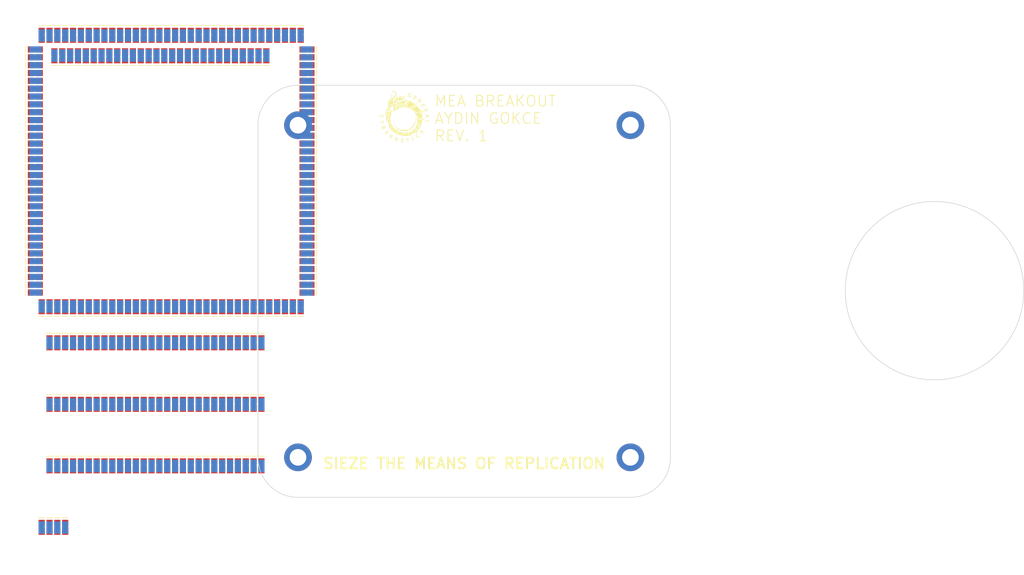
<source format=kicad_pcb>
(kicad_pcb (version 20211014) (generator pcbnew)
  (title_block (title "MEA Breakout Connector") (date "2024-01-17") (rev "1") (company "GENERAL CYBERNETICS CORPORATION"))
  (layers (0 "F.Cu" signal) (31 "B.Cu" signal) (34 "B.Paste" user) (35 "F.Paste" user) (36 "B.SilkS" user "B.Silkscreen") (37 "F.SilkS" user "F.Silkscreen") (38 "B.Mask" user) (39 "F.Mask" user) (44 "Edge.Cuts" user))
  (net 0 "")
  (footprint "TE_2329497-2" (layer "F.Cu") (at 16.099999 1.275 -90)
    (fp_text reference "U145" hide)
    (fp_text value "2329497-2")
  )
  (footprint "TE_2329497-2" (layer "F.Cu") (at 42.074999 11.475)
    (fp_text reference "U109" hide)
    (fp_text value "2329497-2")
  )
  (footprint "TE_2329497-2" (layer "F.Cu") (at 5.1 70 90)
    (fp_text reference "U224" hide)
    (fp_text value "2329497-2")
  )
  (footprint "TE_2329497-2" (layer "F.Cu") (at 1.275 70 90)
    (fp_text reference "U221" hide)
    (fp_text value "2329497-2")
  )
  (footprint "TE_2329497-2" (layer "F.Cu") (at 15.299999 50 90)
    (fp_text reference "U174" hide)
    (fp_text value "2329497-2")
  )
  (footprint "TE_2329497-2" (layer "F.Cu") (at 0 31.874999 180)
    (fp_text reference "U93" hide)
    (fp_text value "2329497-2")
  )
  (footprint "TE_2329497-2" (layer "F.Cu") (at 5.9 1.275 -90)
    (fp_text reference "U137" hide)
    (fp_text value "2329497-2")
  )
  (footprint "TE_2329497-2" (layer "F.Cu") (at 0 17.849999 180)
    (fp_text reference "U82" hide)
    (fp_text value "2329497-2")
  )
  (footprint "TE_2329497-2" (layer "F.Cu") (at 22.95 50 90)
    (fp_text reference "U180" hide)
    (fp_text value "2329497-2")
  )
  (footprint "TE_2329497-2" (layer "F.Cu") (at 0 0 90)
    (fp_text reference "U1" hide)
    (fp_text value "2329497-2")
  )
  (footprint "TE_2329497-2" (layer "F.Cu") (at 0 33.15 180)
    (fp_text reference "U94" hide)
    (fp_text value "2329497-2")
  )
  (footprint "TE_2329497-2" (layer "F.Cu") (at 36.974999 0 90)
    (fp_text reference "U30" hide)
    (fp_text value "2329497-2")
  )
  (footprint "TE_2329497-2" (layer "F.Cu") (at 0 35.699999 180)
    (fp_text reference "U96" hide)
    (fp_text value "2329497-2")
  )
  (footprint "TE_2329497-2" (layer "F.Cu") (at 0 2.55 180)
    (fp_text reference "U70" hide)
    (fp_text value "2329497-2")
  )
  (footprint "TE_2329497-2" (layer "F.Cu") (at 19.125 0 90)
    (fp_text reference "U16" hide)
    (fp_text value "2329497-2")
  )
  (footprint "TE_2329497-2" (layer "F.Cu") (at 42.074999 35.699999)
    (fp_text reference "U128" hide)
    (fp_text value "2329497-2")
  )
  (footprint "TE_2329497-2" (layer "F.Cu") (at 0 3.824999 180)
    (fp_text reference "U71" hide)
    (fp_text value "2329497-2")
  )
  (footprint "TE_2329497-2" (layer "F.Cu") (at 0 15.299999 180)
    (fp_text reference "U80" hide)
    (fp_text value "2329497-2")
  )
  (footprint "TE_2329497-2" (layer "F.Cu") (at 3.824999 42.074999 -90)
    (fp_text reference "U38" hide)
    (fp_text value "2329497-2")
  )
  (footprint "TE_2329497-2" (layer "F.Cu") (at 31.874999 0 90)
    (fp_text reference "U26" hide)
    (fp_text value "2329497-2")
  )
  (footprint "TE_2329497-2" (layer "F.Cu") (at 42.074999 28.049999)
    (fp_text reference "U122" hide)
    (fp_text value "2329497-2")
  )
  (footprint "TE_2329497-2" (layer "F.Cu") (at 22.474999 1.275 -90)
    (fp_text reference "U150" hide)
    (fp_text value "2329497-2")
  )
  (footprint "TE_2329497-2" (layer "F.Cu") (at 14.024999 70 90)
    (fp_text reference "U231" hide)
    (fp_text value "2329497-2")
  )
  (footprint "TE_2329497-2" (layer "F.Cu") (at 25.5 60 90)
    (fp_text reference "U211" hide)
    (fp_text value "2329497-2")
  )
  (footprint "TE_2329497-2" (layer "F.Cu") (at 42.074999 7.649999)
    (fp_text reference "U106" hide)
    (fp_text value "2329497-2")
  )
  (footprint "TE_2329497-2" (layer "F.Cu") (at 21.674999 60 90)
    (fp_text reference "U208" hide)
    (fp_text value "2329497-2")
  )
  (footprint "TE_2329497-2" (layer "F.Cu") (at 11.475 42.074999 -90)
    (fp_text reference "U44" hide)
    (fp_text value "2329497-2")
  )
  (footprint "TE_2329497-2" (layer "F.Cu") (at 29.325 50 90)
    (fp_text reference "U185" hide)
    (fp_text value "2329497-2")
  )
  (footprint "TE_2329497-2" (layer "F.Cu") (at 42.074999 40.8)
    (fp_text reference "U132" hide)
    (fp_text value "2329497-2")
  )
  (footprint "TE_2329497-2" (layer "F.Cu") (at 0 11.475 180)
    (fp_text reference "U77" hide)
    (fp_text value "2329497-2")
  )
  (footprint "TE_2329497-2" (layer "F.Cu") (at 3.824999 50 90)
    (fp_text reference "U165" hide)
    (fp_text value "2329497-2")
  )
  (footprint "TE_2329497-2" (layer "F.Cu") (at 28.049999 0 90)
    (fp_text reference "U23" hide)
    (fp_text value "2329497-2")
  )
  (footprint "TE_2329497-2" (layer "F.Cu") (at 11 1.275 -90)
    (fp_text reference "U141" hide)
    (fp_text value "2329497-2")
  )
  (footprint "TE_2329497-2" (layer "F.Cu") (at 20.4 0 90)
    (fp_text reference "U17" hide)
    (fp_text value "2329497-2")
  )
  (footprint "TE_2329497-2" (layer "F.Cu") (at 17.849999 70 90)
    (fp_text reference "U234" hide)
    (fp_text value "2329497-2")
  )
  (footprint "TE_2329497-2" (layer "F.Cu") (at 8.924999 50 90)
    (fp_text reference "U169" hide)
    (fp_text value "2329497-2")
  )
  (footprint "TE_2329497-2" (layer "F.Cu") (at 35.699999 42.074999 -90)
    (fp_text reference "U63" hide)
    (fp_text value "2329497-2")
  )
  (footprint "TE_2329497-2" (layer "F.Cu") (at 0 24.224999 180)
    (fp_text reference "U87" hide)
    (fp_text value "2329497-2")
  )
  (footprint "TE_2329497-2" (layer "F.Cu") (at 19.925 1.275 -90)
    (fp_text reference "U148" hide)
    (fp_text value "2329497-2")
  )
  (footprint "TE_2329497-2" (layer "F.Cu") (at 7.649999 0 90)
    (fp_text reference "U7" hide)
    (fp_text value "2329497-2")
  )
  (footprint "TE_2329497-2" (layer "F.Cu") (at 33.15 60 90)
    (fp_text reference "U217" hide)
    (fp_text value "2329497-2")
  )
  (footprint "TE_2329497-2" (layer "F.Cu") (at 14.024999 50 90)
    (fp_text reference "U173" hide)
    (fp_text value "2329497-2")
  )
  (footprint "TE_2329497-2" (layer "F.Cu") (at 42.074999 42.074999 -90)
    (fp_text reference "U68" hide)
    (fp_text value "2329497-2")
  )
  (footprint "TE_2329497-2" (layer "F.Cu") (at 28.049999 42.074999 -90)
    (fp_text reference "U57" hide)
    (fp_text value "2329497-2")
  )
  (footprint "TE_2329497-2" (layer "F.Cu") (at 6.375 0 90)
    (fp_text reference "U6" hide)
    (fp_text value "2329497-2")
  )
  (footprint "TE_2329497-2" (layer "F.Cu") (at 9.724999 1.275 -90)
    (fp_text reference "U140" hide)
    (fp_text value "2329497-2")
  )
  (footprint "TE_2329497-2" (layer "F.Cu") (at 14.024999 0 90)
    (fp_text reference "U12" hide)
    (fp_text value "2329497-2")
  )
  (footprint "TE_2329497-2" (layer "F.Cu") (at 30.599999 60 90)
    (fp_text reference "U215" hide)
    (fp_text value "2329497-2")
  )
  (footprint "TE_2329497-2" (layer "F.Cu") (at 10.2 42.074999 -90)
    (fp_text reference "U43" hide)
    (fp_text value "2329497-2")
  )
  (footprint "MountingHole:MountingHole_2.7mm_M2.5_ISO7380_Pad" (layer "F.Cu") (at 95.64 67.59)
    (fp_text reference "H4" hide)
    (fp_text value "MountingHole")
  )
  (footprint "TE_2329497-2" (layer "F.Cu") (at 0 6.375 180)
    (fp_text reference "U73" hide)
    (fp_text value "2329497-2")
  )
  (footprint "TE_2329497-2" (layer "F.Cu") (at 24.224999 60 90)
    (fp_text reference "U210" hide)
    (fp_text value "2329497-2")
  )
  (footprint "TE_2329497-2" (layer "F.Cu") (at 31.874999 42.074999 -90)
    (fp_text reference "U60" hide)
    (fp_text value "2329497-2")
  )
  (footprint "TE_2329497-2" (layer "F.Cu") (at 22.95 42.074999 -90)
    (fp_text reference "U53" hide)
    (fp_text value "2329497-2")
  )
  (footprint "TE_2329497-2" (layer "F.Cu") (at 24.224999 0 90)
    (fp_text reference "U20" hide)
    (fp_text value "2329497-2")
  )
  (footprint "TE_2329497-2" (layer "F.Cu") (at 28.049999 70 90)
    (fp_text reference "U242" hide)
    (fp_text value "2329497-2")
  )
  (footprint "TE_2329497-2" (layer "F.Cu") (at 42.074999 20.4)
    (fp_text reference "U116" hide)
    (fp_text value "2329497-2")
  )
  (footprint "TE_2329497-2" (layer "F.Cu") (at 0 7.649999 180)
    (fp_text reference "U74" hide)
    (fp_text value "2329497-2")
  )
  (footprint "TE_2329497-2" (layer "F.Cu") (at 31.874999 50 90)
    (fp_text reference "U187" hide)
    (fp_text value "2329497-2")
  )
  (footprint "TE_2329497-2" (layer "F.Cu") (at 14.824999 1.275 -90)
    (fp_text reference "U144" hide)
    (fp_text value "2329497-2")
  )
  (footprint "TE_2329497-2" (layer "F.Cu") (at 42.074999 38.25)
    (fp_text reference "U130" hide)
    (fp_text value "2329497-2")
  )
  (footprint "TE_2329497-2" (layer "F.Cu") (at 34.425 42.074999 -90)
    (fp_text reference "U62" hide)
    (fp_text value "2329497-2")
  )
  (footprint "TE_2329497-2" (layer "F.Cu") (at 7.175 1.275 -90)
    (fp_text reference "U138" hide)
    (fp_text value "2329497-2")
  )
  (footprint "TE_2329497-2" (layer "F.Cu") (at 42.074999 34.425)
    (fp_text reference "U127" hide)
    (fp_text value "2329497-2")
  )
  (footprint "TE_2329497-2" (layer "F.Cu") (at 33.15 42.074999 -90)
    (fp_text reference "U61" hide)
    (fp_text value "2329497-2")
  )
  (footprint "TE_2329497-2" (layer "F.Cu") (at 0 1.275 180)
    (fp_text reference "U69" hide)
    (fp_text value "2329497-2")
  )
  (footprint "TE_2329497-2" (layer "F.Cu") (at 31.874999 60 90)
    (fp_text reference "U216" hide)
    (fp_text value "2329497-2")
  )
  (footprint "TE_2329497-2" (layer "F.Cu") (at 26.3 1.275 -90)
    (fp_text reference "U153" hide)
    (fp_text value "2329497-2")
  )
  (footprint "TE_2329497-2" (layer "F.Cu") (at 29.325 0 90)
    (fp_text reference "U24" hide)
    (fp_text value "2329497-2")
  )
  (footprint "TE_2329497-2" (layer "F.Cu") (at 34.425 60 90)
    (fp_text reference "U218" hide)
    (fp_text value "2329497-2")
  )
  (footprint "TE_2329497-2" (layer "F.Cu") (at 10.2 50 90)
    (fp_text reference "U170" hide)
    (fp_text value "2329497-2")
  )
  (footprint "TE_2329497-2" (layer "F.Cu") (at 19.125 50 90)
    (fp_text reference "U177" hide)
    (fp_text value "2329497-2")
  )
  (footprint "TE_2329497-2" (layer "F.Cu") (at 2.55 42.074999 -90)
    (fp_text reference "U37" hide)
    (fp_text value "2329497-2")
  )
  (footprint "TE_2329497-2" (layer "F.Cu") (at 0 22.95 180)
    (fp_text reference "U86" hide)
    (fp_text value "2329497-2")
  )
  (footprint "TE_2329497-2" (layer "F.Cu") (at 7.649999 42.074999 -90)
    (fp_text reference "U41" hide)
    (fp_text value "2329497-2")
  )
  (footprint "TE_2329497-2" (layer "F.Cu") (at 25.024999 1.275 -90)
    (fp_text reference "U152" hide)
    (fp_text value "2329497-2")
  )
  (footprint "TE_2329497-2" (layer "F.Cu") (at 38.25 42.074999 -90)
    (fp_text reference "U65" hide)
    (fp_text value "2329497-2")
  )
  (footprint "TE_2329497-2" (layer "F.Cu") (at 19.125 42.074999 -90)
    (fp_text reference "U50" hide)
    (fp_text value "2329497-2")
  )
  (footprint "TE_2329497-2" (layer "F.Cu") (at 21.674999 70 90)
    (fp_text reference "U237" hide)
    (fp_text value "2329497-2")
  )
  (footprint "TE_2329497-2" (layer "F.Cu") (at 0 10.2 180)
    (fp_text reference "U76" hide)
    (fp_text value "2329497-2")
  )
  (footprint "TE_2329497-2" (layer "F.Cu") (at 0 28.049999 180)
    (fp_text reference "U90" hide)
    (fp_text value "2329497-2")
  )
  (footprint "TE_2329497-2" (layer "F.Cu") (at 28.049999 50 90)
    (fp_text reference "U184" hide)
    (fp_text value "2329497-2")
  )
  (footprint "TE_2329497-2" (layer "F.Cu") (at 42.074999 25.5)
    (fp_text reference "U120" hide)
    (fp_text value "2329497-2")
  )
  (footprint "TE_2329497-2" (layer "F.Cu") (at 39.525 0 90)
    (fp_text reference "U32" hide)
    (fp_text value "2329497-2")
  )
  (footprint "TE_2329497-2" (layer "F.Cu") (at 30.599999 42.074999 -90)
    (fp_text reference "U59" hide)
    (fp_text value "2329497-2")
  )
  (footprint "TE_2329497-2" (layer "F.Cu") (at 42.074999 15.299999)
    (fp_text reference "U112" hide)
    (fp_text value "2329497-2")
  )
  (footprint "TE_2329497-2" (layer "F.Cu") (at 7.649999 70 90)
    (fp_text reference "U226" hide)
    (fp_text value "2329497-2")
  )
  (footprint "TE_2329497-2" (layer "F.Cu") (at 3.35 1.275 -90)
    (fp_text reference "U135" hide)
    (fp_text value "2329497-2")
  )
  (footprint "TE_2329497-2" (layer "F.Cu") (at 42.074999 6.375)
    (fp_text reference "U105" hide)
    (fp_text value "2329497-2")
  )
  (footprint "TE_2329497-2" (layer "F.Cu") (at 30.599999 50 90)
    (fp_text reference "U186" hide)
    (fp_text value "2329497-2")
  )
  (footprint "TE_2329497-2" (layer "F.Cu") (at 0 38.25 180)
    (fp_text reference "U98" hide)
    (fp_text value "2329497-2")
  )
  (footprint "TE_2329497-2" (layer "F.Cu") (at 20.4 60 90)
    (fp_text reference "U207" hide)
    (fp_text value "2329497-2")
  )
  (footprint "TE_2329497-2" (layer "F.Cu") (at 0 26.775 180)
    (fp_text reference "U89" hide)
    (fp_text value "2329497-2")
  )
  (footprint "TE_2329497-2" (layer "F.Cu") (at 1.275 42.074999 -90)
    (fp_text reference "U36" hide)
    (fp_text value "2329497-2")
  )
  (footprint "TE_2329497-2" (layer "F.Cu") (at 6.375 50 90)
    (fp_text reference "U167" hide)
    (fp_text value "2329497-2")
  )
  (footprint "TE_2329497-2" (layer "F.Cu") (at 1.275 60 90)
    (fp_text reference "U192" hide)
    (fp_text value "2329497-2")
  )
  (footprint "TE_2329497-2" (layer "F.Cu") (at 29.325 42.074999 -90)
    (fp_text reference "U58" hide)
    (fp_text value "2329497-2")
  )
  (footprint "TE_2329497-2" (layer "F.Cu") (at 21.674999 50 90)
    (fp_text reference "U179" hide)
    (fp_text value "2329497-2")
  )
  (footprint "TE_2329497-2" (layer "F.Cu") (at 33.15 0 90)
    (fp_text reference "U27" hide)
    (fp_text value "2329497-2")
  )
  (footprint "TE_2329497-2" (layer "F.Cu") (at 17.849999 50 90)
    (fp_text reference "U176" hide)
    (fp_text value "2329497-2")
  )
  (footprint "TE_2329497-2" (layer "F.Cu") (at 5.1 42.074999 -90)
    (fp_text reference "U39" hide)
    (fp_text value "2329497-2")
  )
  (footprint "TE_2329497-2" (layer "F.Cu") (at 15.299999 70 90)
    (fp_text reference "U232" hide)
    (fp_text value "2329497-2")
  )
  (footprint "TE_2329497-2" (layer "F.Cu") (at 0 8.924999 180)
    (fp_text reference "U75" hide)
    (fp_text value "2329497-2")
  )
  (footprint "TE_2329497-2" (layer "F.Cu") (at 26.775 60 90)
    (fp_text reference "U212" hide)
    (fp_text value "2329497-2")
  )
  (footprint "TE_2329497-2" (layer "F.Cu") (at 5.1 0 90)
    (fp_text reference "U5" hide)
    (fp_text value "2329497-2")
  )
  (footprint "TE_2329497-2" (layer "F.Cu") (at 0 14.024999 180)
    (fp_text reference "U79" hide)
    (fp_text value "2329497-2")
  )
  (footprint "TE_2329497-2" (layer "F.Cu") (at 7.649999 50 90)
    (fp_text reference "U168" hide)
    (fp_text value "2329497-2")
  )
  (footprint "TE_2329497-2" (layer "F.Cu") (at 30.125 1.275 -90)
    (fp_text reference "U156" hide)
    (fp_text value "2329497-2")
  )
  (footprint "TE_2329497-2" (layer "F.Cu") (at 21.674999 42.074999 -90)
    (fp_text reference "U52" hide)
    (fp_text value "2329497-2")
  )
  (footprint "TE_2329497-2" (layer "F.Cu") (at 10.2 60 90)
    (fp_text reference "U199" hide)
    (fp_text value "2329497-2")
  )
  (footprint "TE_2329497-2" (layer "F.Cu") (at 0 16.575 180)
    (fp_text reference "U81" hide)
    (fp_text value "2329497-2")
  )
  (footprint "TE_2329497-2" (layer "F.Cu") (at 1.275 50 90)
    (fp_text reference "U163" hide)
    (fp_text value "2329497-2")
  )
  (footprint "TE_2329497-2" (layer "F.Cu") (at 42.074999 10.2)
    (fp_text reference "U108" hide)
    (fp_text value "2329497-2")
  )
  (footprint "TE_2329497-2" (layer "F.Cu") (at 5.1 60 90)
    (fp_text reference "U195" hide)
    (fp_text value "2329497-2")
  )
  (footprint "TE_2329497-2" (layer "F.Cu") (at 0 25.5 180)
    (fp_text reference "U88" hide)
    (fp_text value "2329497-2")
  )
  (footprint "TE_2329497-2" (layer "F.Cu") (at 42.074999 29.325)
    (fp_text reference "U123" hide)
    (fp_text value "2329497-2")
  )
  (footprint "TE_2329497-2" (layer "F.Cu") (at 21.674999 0 90)
    (fp_text reference "U18" hide)
    (fp_text value "2329497-2")
  )
  (footprint "TE_2329497-2" (layer "F.Cu") (at 0 80 90)
    (fp_text reference "U249" hide)
    (fp_text value "2329497-2")
  )
  (footprint "TE_2329497-2" (layer "F.Cu") (at 22.95 70 90)
    (fp_text reference "U238" hide)
    (fp_text value "2329497-2")
  )
  (footprint "TE_2329497-2" (layer "F.Cu") (at 42.074999 33.15)
    (fp_text reference "U126" hide)
    (fp_text value "2329497-2")
  )
  (footprint "TE_2329497-2" (layer "F.Cu") (at 0 20.4 180)
    (fp_text reference "U84" hide)
    (fp_text value "2329497-2")
  )
  (footprint "TE_2329497-2" (layer "F.Cu") (at 33.15 50 90)
    (fp_text reference "U188" hide)
    (fp_text value "2329497-2")
  )
  (footprint "TE_2329497-2" (layer "F.Cu") (at 2.55 70 90)
    (fp_text reference "U222" hide)
    (fp_text value "2329497-2")
  )
  (footprint "TE_2329497-2" (layer "F.Cu") (at 33.15 70 90)
    (fp_text reference "U246" hide)
    (fp_text value "2329497-2")
  )
  (footprint "TE_2329497-2" (layer "F.Cu") (at 42.074999 21.674999)
    (fp_text reference "U117" hide)
    (fp_text value "2329497-2")
  )
  (footprint "TE_2329497-2" (layer "F.Cu") (at 17.375 1.275 -90)
    (fp_text reference "U146" hide)
    (fp_text value "2329497-2")
  )
  (footprint "TE_2329497-2" (layer "F.Cu") (at 42.074999 26.775)
    (fp_text reference "U121" hide)
    (fp_text value "2329497-2")
  )
  (footprint "TE_2329497-2" (layer "F.Cu") (at 28.849999 1.275 -90)
    (fp_text reference "U155" hide)
    (fp_text value "2329497-2")
  )
  (footprint "TE_2329497-2" (layer "F.Cu") (at 12.75 60 90)
    (fp_text reference "U201" hide)
    (fp_text value "2329497-2")
  )
  (footprint "TE_2329497-2" (layer "F.Cu") (at 0 12.75 180)
    (fp_text reference "U78" hide)
    (fp_text value "2329497-2")
  )
  (footprint "TE_2329497-2" (layer "F.Cu") (at 25.5 70 90)
    (fp_text reference "U240" hide)
    (fp_text value "2329497-2")
  )
  (footprint "TE_2329497-2" (layer "F.Cu") (at 12.75 70 90)
    (fp_text reference "U230" hide)
    (fp_text value "2329497-2")
  )
  (footprint "TE_2329497-2" (layer "F.Cu") (at 16.575 70 90)
    (fp_text reference "U233" hide)
    (fp_text value "2329497-2")
  )
  (footprint "TE_2329497-2" (layer "F.Cu") (at 38.25 0 90)
    (fp_text reference "U31" hide)
    (fp_text value "2329497-2")
  )
  (footprint "TE_2329497-2" (layer "F.Cu") (at 17.849999 42.074999 -90)
    (fp_text reference "U49" hide)
    (fp_text value "2329497-2")
  )
  (footprint "TE_2329497-2" (layer "F.Cu") (at 20.4 70 90)
    (fp_text reference "U236" hide)
    (fp_text value "2329497-2")
  )
  (footprint "TE_2329497-2" (layer "F.Cu") (at 30.599999 0 90)
    (fp_text reference "U25" hide)
    (fp_text value "2329497-2")
  )
  (footprint "TE_2329497-2" (layer "F.Cu") (at 29.325 70 90)
    (fp_text reference "U243" hide)
    (fp_text value "2329497-2")
  )
  (footprint "TE_2329497-2" (layer "F.Cu") (at 15.299999 0 90)
    (fp_text reference "U13" hide)
    (fp_text value "2329497-2")
  )
  (footprint "TE_2329497-2" (layer "F.Cu") (at 2.55 60 90)
    (fp_text reference "U193" hide)
    (fp_text value "2329497-2")
  )
  (footprint "TE_2329497-2" (layer "F.Cu") (at 20.4 42.074999 -90)
    (fp_text reference "U51" hide)
    (fp_text value "2329497-2")
  )
  (footprint "TE_2329497-2" (layer "F.Cu") (at 42.074999 30.599999)
    (fp_text reference "U124" hide)
    (fp_text value "2329497-2")
  )
  (footprint "TE_2329497-2" (layer "F.Cu") (at 0 19.125 180)
    (fp_text reference "U83" hide)
    (fp_text value "2329497-2")
  )
  (footprint "TE_2329497-2" (layer "F.Cu") (at 19.125 60 90)
    (fp_text reference "U206" hide)
    (fp_text value "2329497-2")
  )
  (footprint "TE_2329497-2" (layer "F.Cu") (at 1.275 0 90)
    (fp_text reference "U2" hide)
    (fp_text value "2329497-2")
  )
  (footprint "TE_2329497-2" (layer "F.Cu") (at 32.674999 1.275 -90)
    (fp_text reference "U158" hide)
    (fp_text value "2329497-2")
  )
  (footprint "TE_2329497-2" (layer "F.Cu") (at 34.425 70 90)
    (fp_text reference "U247" hide)
    (fp_text value "2329497-2")
  )
  (footprint "TE_2329497-2" (layer "F.Cu") (at 28.049999 60 90)
    (fp_text reference "U213" hide)
    (fp_text value "2329497-2")
  )
  (footprint "TE_2329497-2" (layer "F.Cu") (at 11.475 70 90)
    (fp_text reference "U229" hide)
    (fp_text value "2329497-2")
  )
  (footprint "TE_2329497-2" (layer "F.Cu") (at 15.299999 42.074999 -90)
    (fp_text reference "U47" hide)
    (fp_text value "2329497-2")
  )
  (footprint "TE_2329497-2" (layer "F.Cu") (at 42.074999 16.575)
    (fp_text reference "U113" hide)
    (fp_text value "2329497-2")
  )
  (footprint "TE_2329497-2" (layer "F.Cu") (at 35.699999 70 90)
    (fp_text reference "U248" hide)
    (fp_text value "2329497-2")
  )
  (footprint "TE_2329497-2" (layer "F.Cu") (at 33.95 1.275 -90)
    (fp_text reference "U159" hide)
    (fp_text value "2329497-2")
  )
  (footprint "TE_2329497-2" (layer "F.Cu") (at 0 21.674999 180)
    (fp_text reference "U85" hide)
    (fp_text value "2329497-2")
  )
  (footprint "TE_2329497-2" (layer "F.Cu") (at 0 34.425 180)
    (fp_text reference "U95" hide)
    (fp_text value "2329497-2")
  )
  (footprint "TE_2329497-2" (layer "F.Cu") (at 11.475 0 90)
    (fp_text reference "U10" hide)
    (fp_text value "2329497-2")
  )
  (footprint "TE_2329497-2" (layer "F.Cu") (at 42.074999 17.849999)
    (fp_text reference "U114" hide)
    (fp_text value "2329497-2")
  )
  (footprint "TE_2329497-2" (layer "F.Cu") (at 14.024999 42.074999 -90)
    (fp_text reference "U46" hide)
    (fp_text value "2329497-2")
  )
  (footprint "TE_2329497-2" (layer "F.Cu") (at 42.074999 2.55)
    (fp_text reference "U102" hide)
    (fp_text value "2329497-2")
  )
  (footprint "TE_2329497-2" (layer "F.Cu") (at 3.824999 80 90)
    (fp_text reference "U252" hide)
    (fp_text value "2329497-2")
  )
  (footprint "TE_2329497-2" (layer "F.Cu") (at 3.824999 70 90)
    (fp_text reference "U223" hide)
    (fp_text value "2329497-2")
  )
  (footprint "MountingHole:MountingHole_2.7mm_M2.5_ISO7380_Pad" (layer "F.Cu") (at 41.64 67.59)
    (fp_text reference "H3" hide)
    (fp_text value "MountingHole")
  )
  (footprint "TE_2329497-2" (layer "F.Cu") (at 26.775 0 90)
    (fp_text reference "U22" hide)
    (fp_text value "2329497-2")
  )
  (footprint "TE_2329497-2" (layer "F.Cu") (at 42.074999 14.024999)
    (fp_text reference "U111" hide)
    (fp_text value "2329497-2")
  )
  (footprint "TE_2329497-2" (layer "F.Cu") (at 10.2 70 90)
    (fp_text reference "U228" hide)
    (fp_text value "2329497-2")
  )
  (footprint "TE_2329497-2" (layer "F.Cu") (at 8.449999 1.275 -90)
    (fp_text reference "U139" hide)
    (fp_text value "2329497-2")
  )
  (footprint "TE_2329497-2" (layer "F.Cu") (at 19.125 70 90)
    (fp_text reference "U235" hide)
    (fp_text value "2329497-2")
  )
  (footprint "TE_2329497-2" (layer "F.Cu") (at 25.5 50 90)
    (fp_text reference "U182" hide)
    (fp_text value "2329497-2")
  )
  (footprint "TE_2329497-2" (layer "F.Cu") (at 12.75 0 90)
    (fp_text reference "U11" hide)
    (fp_text value "2329497-2")
  )
  (footprint "TE_2329497-2" (layer "F.Cu") (at 4.624999 1.275 -90)
    (fp_text reference "U136" hide)
    (fp_text value "2329497-2")
  )
  (footprint "TE_2329497-2" (layer "F.Cu") (at 23.75 1.275 -90)
    (fp_text reference "U151" hide)
    (fp_text value "2329497-2")
  )
  (footprint "TE_2329497-2" (layer "F.Cu") (at 35.699999 50 90)
    (fp_text reference "U190" hide)
    (fp_text value "2329497-2")
  )
  (footprint "TE_2329497-2" (layer "F.Cu") (at 22.95 0 90)
    (fp_text reference "U19" hide)
    (fp_text value "2329497-2")
  )
  (footprint "TE_2329497-2" (layer "F.Cu") (at 42.074999 5.1)
    (fp_text reference "U104" hide)
    (fp_text value "2329497-2")
  )
  (footprint "TE_2329497-2" (layer "F.Cu") (at 8.924999 0 90)
    (fp_text reference "U8" hide)
    (fp_text value "2329497-2")
  )
  (footprint "TE_2329497-2" (layer "F.Cu") (at 5.1 50 90)
    (fp_text reference "U166" hide)
    (fp_text value "2329497-2")
  )
  (footprint "TE_2329497-2" (layer "F.Cu") (at 35.699999 0 90)
    (fp_text reference "U29" hide)
    (fp_text value "2329497-2")
  )
  (footprint "TE_2329497-2" (layer "F.Cu") (at 12.275 1.275 -90)
    (fp_text reference "U142" hide)
    (fp_text value "2329497-2")
  )
  (footprint "TE_2329497-2" (layer "F.Cu") (at 31.399999 1.275 -90)
    (fp_text reference "U157" hide)
    (fp_text value "2329497-2")
  )
  (footprint "TE_2329497-2" (layer "F.Cu") (at 31.874999 70 90)
    (fp_text reference "U245" hide)
    (fp_text value "2329497-2")
  )
  (footprint "TE_2329497-2" (layer "F.Cu") (at 42.074999 22.95)
    (fp_text reference "U118" hide)
    (fp_text value "2329497-2")
  )
  (footprint "TE_2329497-2" (layer "F.Cu") (at 40.8 0 90)
    (fp_text reference "U33" hide)
    (fp_text value "2329497-2")
  )
  (footprint "TE_2329497-2" (layer "F.Cu") (at 15.299999 60 90)
    (fp_text reference "U203" hide)
    (fp_text value "2329497-2")
  )
  (footprint "TE_2329497-2" (layer "F.Cu") (at 10.2 0 90)
    (fp_text reference "U9" hide)
    (fp_text value "2329497-2")
  )
  (footprint "TE_2329497-2" (layer "F.Cu") (at 24.224999 70 90)
    (fp_text reference "U239" hide)
    (fp_text value "2329497-2")
  )
  (footprint "TE_2329497-2" (layer "F.Cu") (at 40.8 42.074999 -90)
    (fp_text reference "U67" hide)
    (fp_text value "2329497-2")
  )
  (footprint "TE_2329497-2" (layer "F.Cu") (at 17.849999 0 90)
    (fp_text reference "U15" hide)
    (fp_text value "2329497-2")
  )
  (footprint "TE_2329497-2" (layer "F.Cu") (at 0 30.599999 180)
    (fp_text reference "U92" hide)
    (fp_text value "2329497-2")
  )
  (footprint "TE_2329497-2" (layer "F.Cu") (at 42.074999 1.275)
    (fp_text reference "U101" hide)
    (fp_text value "2329497-2")
  )
  (footprint "TE_2329497-2" (layer "F.Cu") (at 2.55 50 90)
    (fp_text reference "U164" hide)
    (fp_text value "2329497-2")
  )
  (footprint "TE_2329497-2" (layer "F.Cu") (at 36.974999 42.074999 -90)
    (fp_text reference "U64" hide)
    (fp_text value "2329497-2")
  )
  (footprint "TE_2329497-2" (layer "F.Cu") (at 13.55 1.275 -90)
    (fp_text reference "U143" hide)
    (fp_text value "2329497-2")
  )
  (footprint "TE_2329497-2" (layer "F.Cu") (at 34.425 0 90)
    (fp_text reference "U28" hide)
    (fp_text value "2329497-2")
  )
  (footprint "TE_2329497-2" (layer "F.Cu") (at 2.075 1.275 -90)
    (fp_text reference "U134" hide)
    (fp_text value "2329497-2")
  )
  (footprint "TE_2329497-2" (layer "F.Cu") (at 11.475 60 90)
    (fp_text reference "U200" hide)
    (fp_text value "2329497-2")
  )
  (footprint "TE_2329497-2" (layer "F.Cu") (at 20.4 50 90)
    (fp_text reference "U178" hide)
    (fp_text value "2329497-2")
  )
  (footprint "TE_2329497-2" (layer "F.Cu") (at 36.499999 1.275 -90)
    (fp_text reference "U161" hide)
    (fp_text value "2329497-2")
  )
  (footprint "TE_2329497-2" (layer "F.Cu") (at 6.375 42.074999 -90)
    (fp_text reference "U40" hide)
    (fp_text value "2329497-2")
  )
  (footprint "TE_2329497-2" (layer "F.Cu") (at 12.75 42.074999 -90)
    (fp_text reference "U45" hide)
    (fp_text value "2329497-2")
  )
  (footprint "TE_2329497-2" (layer "F.Cu") (at 26.775 50 90)
    (fp_text reference "U183" hide)
    (fp_text value "2329497-2")
  )
  (footprint "TE_2329497-2" (layer "F.Cu") (at 3.824999 60 90)
    (fp_text reference "U194" hide)
    (fp_text value "2329497-2")
  )
  (footprint "TE_2329497-2" (layer "F.Cu") (at 0 36.974999 180)
    (fp_text reference "U97" hide)
    (fp_text value "2329497-2")
  )
  (footprint "TE_2329497-2" (layer "F.Cu") (at 42.074999 36.974999)
    (fp_text reference "U129" hide)
    (fp_text value "2329497-2")
  )
  (footprint "TE_2329497-2" (layer "F.Cu") (at 8.924999 70 90)
    (fp_text reference "U227" hide)
    (fp_text value "2329497-2")
  )
  (footprint "TE_2329497-2" (layer "F.Cu") (at 29.325 60 90)
    (fp_text reference "U214" hide)
    (fp_text value "2329497-2")
  )
  (footprint "TE_2329497-2" (layer "F.Cu") (at 35.699999 60 90)
    (fp_text reference "U219" hide)
    (fp_text value "2329497-2")
  )
  (footprint "TE_2329497-2" (layer "F.Cu") (at 42.074999 24.224999)
    (fp_text reference "U119" hide)
    (fp_text value "2329497-2")
  )
  (footprint "TE_2329497-2" (layer "F.Cu") (at 22.95 60 90)
    (fp_text reference "U209" hide)
    (fp_text value "2329497-2")
  )
  (footprint "TE_2329497-2" (layer "F.Cu") (at 16.575 42.074999 -90)
    (fp_text reference "U48" hide)
    (fp_text value "2329497-2")
  )
  (footprint "TE_2329497-2" (layer "F.Cu") (at 14.024999 60 90)
    (fp_text reference "U202" hide)
    (fp_text value "2329497-2")
  )
  (footprint "TE_2329497-2" (layer "F.Cu") (at 17.849999 60 90)
    (fp_text reference "U205" hide)
    (fp_text value "2329497-2")
  )
  (footprint "TE_2329497-2" (layer "F.Cu") (at 2.55 0 90)
    (fp_text reference "U3" hide)
    (fp_text value "2329497-2")
  )
  (footprint "TE_2329497-2" (layer "F.Cu") (at 12.75 50 90)
    (fp_text reference "U172" hide)
    (fp_text value "2329497-2")
  )
  (footprint "TE_2329497-2" (layer "F.Cu") (at 18.649999 1.275 -90)
    (fp_text reference "U147" hide)
    (fp_text value "2329497-2")
  )
  (footprint "TE_2329497-2" (layer "F.Cu") (at 35.225 1.275 -90)
    (fp_text reference "U160" hide)
    (fp_text value "2329497-2")
  )
  (footprint "TE_2329497-2" (layer "F.Cu") (at 30.599999 70 90)
    (fp_text reference "U244" hide)
    (fp_text value "2329497-2")
  )
  (footprint "TE_2329497-2" (layer "F.Cu") (at 26.775 70 90)
    (fp_text reference "U241" hide)
    (fp_text value "2329497-2")
  )
  (footprint "TE_2329497-2" (layer "F.Cu") (at 6.375 60 90)
    (fp_text reference "U196" hide)
    (fp_text value "2329497-2")
  )
  (footprint "TE_2329497-2" (layer "F.Cu") (at 16.575 60 90)
    (fp_text reference "U204" hide)
    (fp_text value "2329497-2")
  )
  (footprint "TE_2329497-2" (layer "F.Cu") (at 8.924999 60 90)
    (fp_text reference "U198" hide)
    (fp_text value "2329497-2")
  )
  (footprint "TE_2329497-2" (layer "F.Cu") (at 0 40.8 180)
    (fp_text reference "U100" hide)
    (fp_text value "2329497-2")
  )
  (footprint "TE_2329497-2" (layer "F.Cu") (at 2.55 80 90)
    (fp_text reference "U251" hide)
    (fp_text value "2329497-2")
  )
  (footprint "TE_2329497-2" (layer "F.Cu") (at 16.575 0 90)
    (fp_text reference "U14" hide)
    (fp_text value "2329497-2")
  )
  (footprint "TE_2329497-2" (layer "F.Cu") (at 25.5 42.074999 -90)
    (fp_text reference "U55" hide)
    (fp_text value "2329497-2")
  )
  (footprint "TE_2329497-2" (layer "F.Cu") (at 8.924999 42.074999 -90)
    (fp_text reference "U42" hide)
    (fp_text value "2329497-2")
  )
  (footprint "TE_2329497-2" (layer "F.Cu") (at 42.074999 39.525)
    (fp_text reference "U131" hide)
    (fp_text value "2329497-2")
  )
  (footprint "TE_2329497-2" (layer "F.Cu") (at 0 5.1 180)
    (fp_text reference "U72" hide)
    (fp_text value "2329497-2")
  )
  (footprint "TE_2329497-2" (layer "F.Cu") (at 25.5 0 90)
    (fp_text reference "U21" hide)
    (fp_text value "2329497-2")
  )
  (footprint "TE_2329497-2" (layer "F.Cu") (at 3.824999 0 90)
    (fp_text reference "U4" hide)
    (fp_text value "2329497-2")
  )
  (footprint "TE_2329497-2" (layer "F.Cu") (at 0 29.325 180)
    (fp_text reference "U91" hide)
    (fp_text value "2329497-2")
  )
  (footprint "TE_2329497-2" (layer "F.Cu") (at 0 39.525 180)
    (fp_text reference "U99" hide)
    (fp_text value "2329497-2")
  )
  (footprint "TE_2329497-2" (layer "F.Cu") (at 42.074999 8.924999)
    (fp_text reference "U107" hide)
    (fp_text value "2329497-2")
  )
  (footprint "MountingHole:MountingHole_2.7mm_M2.5_ISO7380_Pad" (layer "F.Cu") (at 95.64 13.59)
    (fp_text reference "H2" hide)
    (fp_text value "MountingHole")
  )
  (footprint "TE_2329497-2" (layer "F.Cu") (at 16.575 50 90)
    (fp_text reference "U175" hide)
    (fp_text value "2329497-2")
  )
  (footprint "TE_2329497-2" (layer "F.Cu") (at 21.2 1.275 -90)
    (fp_text reference "U149" hide)
    (fp_text value "2329497-2")
  )
  (footprint "TE_2329497-2" (layer "F.Cu") (at 39.525 42.074999 -90)
    (fp_text reference "U66" hide)
    (fp_text value "2329497-2")
  )
  (footprint "LOGO" (layer "F.Cu") (at 58.94 12.19)
    (fp_text reference "G***" hide)
    (fp_text value "LOGO" hide)
  )
  (footprint "MountingHole:MountingHole_2.7mm_M2.5_ISO7380_Pad" (layer "F.Cu") (at 41.64 13.59)
    (fp_text reference "H1" hide)
    (fp_text value "MountingHole")
  )
  (footprint "TE_2329497-2" (layer "F.Cu") (at 42.074999 3.824999)
    (fp_text reference "U103" hide)
    (fp_text value "2329497-2")
  )
  (footprint "TE_2329497-2" (layer "F.Cu") (at 34.425 50 90)
    (fp_text reference "U189" hide)
    (fp_text value "2329497-2")
  )
  (footprint "TE_2329497-2" (layer "F.Cu") (at 27.575 1.275 -90)
    (fp_text reference "U154" hide)
    (fp_text value "2329497-2")
  )
  (footprint "TE_2329497-2" (layer "F.Cu") (at 24.224999 42.074999 -90)
    (fp_text reference "U54" hide)
    (fp_text value "2329497-2")
  )
  (footprint "TE_2329497-2" (layer "F.Cu") (at 24.224999 50 90)
    (fp_text reference "U181" hide)
    (fp_text value "2329497-2")
  )
  (footprint "TE_2329497-2" (layer "F.Cu") (at 7.649999 60 90)
    (fp_text reference "U197" hide)
    (fp_text value "2329497-2")
  )
  (footprint "TE_2329497-2" (layer "F.Cu") (at 42.074999 0 90)
    (fp_text reference "U34" hide)
    (fp_text value "2329497-2")
  )
  (footprint "TE_2329497-2" (layer "F.Cu") (at 6.375 70 90)
    (fp_text reference "U225" hide)
    (fp_text value "2329497-2")
  )
  (footprint "TE_2329497-2" (layer "F.Cu") (at 11.475 50 90)
    (fp_text reference "U171" hide)
    (fp_text value "2329497-2")
  )
  (footprint "TE_2329497-2" (layer "F.Cu") (at 42.074999 19.125)
    (fp_text reference "U115" hide)
    (fp_text value "2329497-2")
  )
  (footprint "TE_2329497-2" (layer "F.Cu") (at 0 42.074999 -90)
    (fp_text reference "U35" hide)
    (fp_text value "2329497-2")
  )
  (footprint "TE_2329497-2" (layer "F.Cu") (at 1.275 80 90)
    (fp_text reference "U250" hide)
    (fp_text value "2329497-2")
  )
  (footprint "TE_2329497-2" (layer "F.Cu") (at 42.074999 12.75)
    (fp_text reference "U110" hide)
    (fp_text value "2329497-2")
  )
  (footprint "TE_2329497-2" (layer "F.Cu") (at 26.775 42.074999 -90)
    (fp_text reference "U56" hide)
    (fp_text value "2329497-2")
  )
  (footprint "TE_2329497-2" (layer "F.Cu") (at 42.074999 31.874999)
    (fp_text reference "U125" hide)
    (fp_text value "2329497-2")
  )
  (footprint "1mm_x_1mm_solder_pad" (layer "B.Cu") (at 8.924999 0 90)
    (fp_text reference "J8" hide)
    (fp_text value "Conn_01x01_Male")
  )
  (footprint "1mm_x_1mm_solder_pad" (layer "B.Cu") (at 42.074999 14.024999)
    (fp_text reference "J111" hide)
    (fp_text value "Conn_01x01_Male")
  )
  (footprint "1mm_x_1mm_solder_pad" (layer "B.Cu") (at 42.074999 8.924999)
    (fp_text reference "J107" hide)
    (fp_text value "Conn_01x01_Male")
  )
  (footprint "1mm_x_1mm_solder_pad" (layer "B.Cu") (at 11.475 70 90)
    (fp_text reference "J229" hide)
    (fp_text value "Conn_01x01_Male")
  )
  (footprint "1mm_x_1mm_solder_pad" (layer "B.Cu") (at 30.125 1.275 -90)
    (fp_text reference "J156" hide)
    (fp_text value "Conn_01x01_Male")
  )
  (footprint "1mm_x_1mm_solder_pad" (layer "B.Cu") (at 23.75 1.275 -90)
    (fp_text reference "J151" hide)
    (fp_text value "Conn_01x01_Male")
  )
  (footprint "1mm_x_1mm_solder_pad" (layer "B.Cu") (at 33.15 0 90)
    (fp_text reference "J27" hide)
    (fp_text value "Conn_01x01_Male")
  )
  (footprint "1mm_x_1mm_solder_pad" (layer "B.Cu") (at 42.074999 0 90)
    (fp_text reference "J34" hide)
    (fp_text value "Conn_01x01_Male")
  )
  (footprint "1mm_x_1mm_solder_pad" (layer "B.Cu") (at 42.074999 1.275)
    (fp_text reference "J101" hide)
    (fp_text value "Conn_01x01_Male")
  )
  (footprint "1mm_x_1mm_solder_pad" (layer "B.Cu") (at 35.225 1.275 -90)
    (fp_text reference "J160" hide)
    (fp_text value "Conn_01x01_Male")
  )
  (footprint "1mm_x_1mm_solder_pad" (layer "B.Cu") (at 3.824999 50 90)
    (fp_text reference "J165" hide)
    (fp_text value "Conn_01x01_Male")
  )
  (footprint "1mm_x_1mm_solder_pad" (layer "B.Cu") (at 0 5.1 180)
    (fp_text reference "J72" hide)
    (fp_text value "Conn_01x01_Male")
  )
  (footprint "1mm_x_1mm_solder_pad" (layer "B.Cu") (at 34.425 50 90)
    (fp_text reference "J189" hide)
    (fp_text value "Conn_01x01_Male")
  )
  (footprint "1mm_x_1mm_solder_pad" (layer "B.Cu") (at 31.874999 42.074999 -90)
    (fp_text reference "J60" hide)
    (fp_text value "Conn_01x01_Male")
  )
  (footprint "1mm_x_1mm_solder_pad" (layer "B.Cu") (at 8.924999 42.074999 -90)
    (fp_text reference "J42" hide)
    (fp_text value "Conn_01x01_Male")
  )
  (footprint "1mm_x_1mm_solder_pad" (layer "B.Cu") (at 34.425 42.074999 -90)
    (fp_text reference "J62" hide)
    (fp_text value "Conn_01x01_Male")
  )
  (footprint "1mm_x_1mm_solder_pad" (layer "B.Cu") (at 6.375 60 90)
    (fp_text reference "J196" hide)
    (fp_text value "Conn_01x01_Male")
  )
  (footprint "1mm_x_1mm_solder_pad" (layer "B.Cu") (at 42.074999 35.699999)
    (fp_text reference "J128" hide)
    (fp_text value "Conn_01x01_Male")
  )
  (footprint "1mm_x_1mm_solder_pad" (layer "B.Cu") (at 0 2.55 180)
    (fp_text reference "J70" hide)
    (fp_text value "Conn_01x01_Male")
  )
  (footprint "1mm_x_1mm_solder_pad" (layer "B.Cu") (at 31.874999 0 90)
    (fp_text reference "J26" hide)
    (fp_text value "Conn_01x01_Male")
  )
  (footprint "1mm_x_1mm_solder_pad" (layer "B.Cu") (at 0 42.074999 -90)
    (fp_text reference "J35" hide)
    (fp_text value "Conn_01x01_Male")
  )
  (footprint "1mm_x_1mm_solder_pad" (layer "B.Cu") (at 31.399999 1.275 -90)
    (fp_text reference "J157" hide)
    (fp_text value "Conn_01x01_Male")
  )
  (footprint "1mm_x_1mm_solder_pad" (layer "B.Cu") (at 12.75 0 90)
    (fp_text reference "J11" hide)
    (fp_text value "Conn_01x01_Male")
  )
  (footprint "1mm_x_1mm_solder_pad" (layer "B.Cu") (at 7.649999 42.074999 -90)
    (fp_text reference "J41" hide)
    (fp_text value "Conn_01x01_Male")
  )
  (footprint "1mm_x_1mm_solder_pad" (layer "B.Cu") (at 7.649999 70 90)
    (fp_text reference "J226" hide)
    (fp_text value "Conn_01x01_Male")
  )
  (footprint "1mm_x_1mm_solder_pad" (layer "B.Cu") (at 3.824999 0 90)
    (fp_text reference "J4" hide)
    (fp_text value "Conn_01x01_Male")
  )
  (footprint "1mm_x_1mm_solder_pad" (layer "B.Cu") (at 10.2 60 90)
    (fp_text reference "J199" hide)
    (fp_text value "Conn_01x01_Male")
  )
  (footprint "1mm_x_1mm_solder_pad" (layer "B.Cu") (at 25.5 70 90)
    (fp_text reference "J240" hide)
    (fp_text value "Conn_01x01_Male")
  )
  (footprint "1mm_x_1mm_solder_pad" (layer "B.Cu") (at 33.15 50 90)
    (fp_text reference "J188" hide)
    (fp_text value "Conn_01x01_Male")
  )
  (footprint "1mm_x_1mm_solder_pad" (layer "B.Cu") (at 0 16.575 180)
    (fp_text reference "J81" hide)
    (fp_text value "Conn_01x01_Male")
  )
  (footprint "1mm_x_1mm_solder_pad" (layer "B.Cu") (at 42.074999 19.125)
    (fp_text reference "J115" hide)
    (fp_text value "Conn_01x01_Male")
  )
  (footprint "1mm_x_1mm_solder_pad" (layer "B.Cu") (at 0 38.25 180)
    (fp_text reference "J98" hide)
    (fp_text value "Conn_01x01_Male")
  )
  (footprint "1mm_x_1mm_solder_pad" (layer "B.Cu") (at 17.849999 0 90)
    (fp_text reference "J15" hide)
    (fp_text value "Conn_01x01_Male")
  )
  (footprint "1mm_x_1mm_solder_pad" (layer "B.Cu") (at 1.275 60 90)
    (fp_text reference "J192" hide)
    (fp_text value "Conn_01x01_Male")
  )
  (footprint "1mm_x_1mm_solder_pad" (layer "B.Cu") (at 42.074999 29.325)
    (fp_text reference "J123" hide)
    (fp_text value "Conn_01x01_Male")
  )
  (footprint "1mm_x_1mm_solder_pad" (layer "B.Cu") (at 10.2 42.074999 -90)
    (fp_text reference "J43" hide)
    (fp_text value "Conn_01x01_Male")
  )
  (footprint "1mm_x_1mm_solder_pad" (layer "B.Cu") (at 3.824999 42.074999 -90)
    (fp_text reference "J38" hide)
    (fp_text value "Conn_01x01_Male")
  )
  (footprint "1mm_x_1mm_solder_pad" (layer "B.Cu") (at 24.224999 60 90)
    (fp_text reference "J210" hide)
    (fp_text value "Conn_01x01_Male")
  )
  (footprint "1mm_x_1mm_solder_pad" (layer "B.Cu") (at 12.275 1.275 -90)
    (fp_text reference "J142" hide)
    (fp_text value "Conn_01x01_Male")
  )
  (footprint "1mm_x_1mm_solder_pad" (layer "B.Cu") (at 12.75 50 90)
    (fp_text reference "J172" hide)
    (fp_text value "Conn_01x01_Male")
  )
  (footprint "1mm_x_1mm_solder_pad" (layer "B.Cu") (at 18.649999 1.275 -90)
    (fp_text reference "J147" hide)
    (fp_text value "Conn_01x01_Male")
  )
  (footprint "1mm_x_1mm_solder_pad" (layer "B.Cu") (at 22.95 0 90)
    (fp_text reference "J19" hide)
    (fp_text value "Conn_01x01_Male")
  )
  (footprint "1mm_x_1mm_solder_pad" (layer "B.Cu") (at 0 24.224999 180)
    (fp_text reference "J87" hide)
    (fp_text value "Conn_01x01_Male")
  )
  (footprint "1mm_x_1mm_solder_pad" (layer "B.Cu") (at 35.699999 60 90)
    (fp_text reference "J219" hide)
    (fp_text value "Conn_01x01_Male")
  )
  (footprint "1mm_x_1mm_solder_pad" (layer "B.Cu") (at 20.4 50 90)
    (fp_text reference "J178" hide)
    (fp_text value "Conn_01x01_Male")
  )
  (footprint "1mm_x_1mm_solder_pad" (layer "B.Cu") (at 0 14.024999 180)
    (fp_text reference "J79" hide)
    (fp_text value "Conn_01x01_Male")
  )
  (footprint "1mm_x_1mm_solder_pad" (layer "B.Cu") (at 28.049999 60 90)
    (fp_text reference "J213" hide)
    (fp_text value "Conn_01x01_Male")
  )
  (footprint "1mm_x_1mm_solder_pad" (layer "B.Cu") (at 11 1.275 -90)
    (fp_text reference "J141" hide)
    (fp_text value "Conn_01x01_Male")
  )
  (footprint "1mm_x_1mm_solder_pad" (layer "B.Cu") (at 25.5 0 90)
    (fp_text reference "J21" hide)
    (fp_text value "Conn_01x01_Male")
  )
  (footprint "1mm_x_1mm_solder_pad" (layer "B.Cu") (at 8.924999 60 90)
    (fp_text reference "J198" hide)
    (fp_text value "Conn_01x01_Male")
  )
  (footprint "1mm_x_1mm_solder_pad" (layer "B.Cu") (at 16.575 0 90)
    (fp_text reference "J14" hide)
    (fp_text value "Conn_01x01_Male")
  )
  (footprint "1mm_x_1mm_solder_pad" (layer "B.Cu") (at 0 12.75 180)
    (fp_text reference "J78" hide)
    (fp_text value "Conn_01x01_Male")
  )
  (footprint "1mm_x_1mm_solder_pad" (layer "B.Cu") (at 6.375 70 90)
    (fp_text reference "J225" hide)
    (fp_text value "Conn_01x01_Male")
  )
  (footprint "1mm_x_1mm_solder_pad" (layer "B.Cu") (at 42.074999 12.75)
    (fp_text reference "J110" hide)
    (fp_text value "Conn_01x01_Male")
  )
  (footprint "1mm_x_1mm_solder_pad" (layer "B.Cu") (at 0 33.15 180)
    (fp_text reference "J94" hide)
    (fp_text value "Conn_01x01_Male")
  )
  (footprint "1mm_x_1mm_solder_pad" (layer "B.Cu") (at 24.224999 50 90)
    (fp_text reference "J181" hide)
    (fp_text value "Conn_01x01_Male")
  )
  (footprint "1mm_x_1mm_solder_pad" (layer "B.Cu") (at 0 35.699999 180)
    (fp_text reference "J96" hide)
    (fp_text value "Conn_01x01_Male")
  )
  (footprint "1mm_x_1mm_solder_pad" (layer "B.Cu") (at 0 25.5 180)
    (fp_text reference "J88" hide)
    (fp_text value "Conn_01x01_Male")
  )
  (footprint "1mm_x_1mm_solder_pad" (layer "B.Cu") (at 26.775 50 90)
    (fp_text reference "J183" hide)
    (fp_text value "Conn_01x01_Male")
  )
  (footprint "1mm_x_1mm_solder_pad" (layer "B.Cu") (at 6.375 50 90)
    (fp_text reference "J167" hide)
    (fp_text value "Conn_01x01_Male")
  )
  (footprint "1mm_x_1mm_solder_pad" (layer "B.Cu") (at 8.449999 1.275 -90)
    (fp_text reference "J139" hide)
    (fp_text value "Conn_01x01_Male")
  )
  (footprint "1mm_x_1mm_solder_pad" (layer "B.Cu") (at 40.8 42.074999 -90)
    (fp_text reference "J67" hide)
    (fp_text value "Conn_01x01_Male")
  )
  (footprint "1mm_x_1mm_solder_pad" (layer "B.Cu") (at 42.074999 21.674999)
    (fp_text reference "J117" hide)
    (fp_text value "Conn_01x01_Male")
  )
  (footprint "1mm_x_1mm_solder_pad" (layer "B.Cu") (at 42.074999 2.55)
    (fp_text reference "J102" hide)
    (fp_text value "Conn_01x01_Male")
  )
  (footprint "1mm_x_1mm_solder_pad" (layer "B.Cu") (at 42.074999 38.25)
    (fp_text reference "J130" hide)
    (fp_text value "Conn_01x01_Male")
  )
  (footprint "1mm_x_1mm_solder_pad" (layer "B.Cu") (at 21.674999 70 90)
    (fp_text reference "J237" hide)
    (fp_text value "Conn_01x01_Male")
  )
  (footprint "1mm_x_1mm_solder_pad" (layer "B.Cu") (at 5.9 1.275 -90)
    (fp_text reference "J137" hide)
    (fp_text value "Conn_01x01_Male")
  )
  (footprint "1mm_x_1mm_solder_pad" (layer "B.Cu") (at 2.55 42.074999 -90)
    (fp_text reference "J37" hide)
    (fp_text value "Conn_01x01_Male")
  )
  (footprint "1mm_x_1mm_solder_pad" (layer "B.Cu") (at 0 11.475 180)
    (fp_text reference "J77" hide)
    (fp_text value "Conn_01x01_Male")
  )
  (footprint "1mm_x_1mm_solder_pad" (layer "B.Cu") (at 3.35 1.275 -90)
    (fp_text reference "J135" hide)
    (fp_text value "Conn_01x01_Male")
  )
  (footprint "1mm_x_1mm_solder_pad" (layer "B.Cu") (at 0 34.425 180)
    (fp_text reference "J95" hide)
    (fp_text value "Conn_01x01_Male")
  )
  (footprint "1mm_x_1mm_solder_pad" (layer "B.Cu") (at 0 30.599999 180)
    (fp_text reference "J92" hide)
    (fp_text value "Conn_01x01_Male")
  )
  (footprint "1mm_x_1mm_solder_pad" (layer "B.Cu") (at 16.575 60 90)
    (fp_text reference "J204" hide)
    (fp_text value "Conn_01x01_Male")
  )
  (footprint "1mm_x_1mm_solder_pad" (layer "B.Cu") (at 17.375 1.275 -90)
    (fp_text reference "J146" hide)
    (fp_text value "Conn_01x01_Male")
  )
  (footprint "1mm_x_1mm_solder_pad" (layer "B.Cu") (at 20.4 70 90)
    (fp_text reference "J236" hide)
    (fp_text value "Conn_01x01_Male")
  )
  (footprint "1mm_x_1mm_solder_pad" (layer "B.Cu") (at 29.325 0 90)
    (fp_text reference "J24" hide)
    (fp_text value "Conn_01x01_Male")
  )
  (footprint "1mm_x_1mm_solder_pad" (layer "B.Cu") (at 31.874999 50 90)
    (fp_text reference "J187" hide)
    (fp_text value "Conn_01x01_Male")
  )
  (footprint "1mm_x_1mm_solder_pad" (layer "B.Cu") (at 29.325 50 90)
    (fp_text reference "J185" hide)
    (fp_text value "Conn_01x01_Male")
  )
  (footprint "1mm_x_1mm_solder_pad" (layer "B.Cu") (at 28.049999 70 90)
    (fp_text reference "J242" hide)
    (fp_text value "Conn_01x01_Male")
  )
  (footprint "1mm_x_1mm_solder_pad" (layer "B.Cu") (at 30.599999 0 90)
    (fp_text reference "J25" hide)
    (fp_text value "Conn_01x01_Male")
  )
  (footprint "1mm_x_1mm_solder_pad" (layer "B.Cu") (at 24.224999 70 90)
    (fp_text reference "J239" hide)
    (fp_text value "Conn_01x01_Male")
  )
  (footprint "1mm_x_1mm_solder_pad" (layer "B.Cu") (at 5.1 60 90)
    (fp_text reference "J195" hide)
    (fp_text value "Conn_01x01_Male")
  )
  (footprint "1mm_x_1mm_solder_pad" (layer "B.Cu") (at 42.074999 28.049999)
    (fp_text reference "J122" hide)
    (fp_text value "Conn_01x01_Male")
  )
  (footprint "1mm_x_1mm_solder_pad" (layer "B.Cu") (at 42.074999 20.4)
    (fp_text reference "J116" hide)
    (fp_text value "Conn_01x01_Male")
  )
  (footprint "1mm_x_1mm_solder_pad" (layer "B.Cu") (at 1.275 42.074999 -90)
    (fp_text reference "J36" hide)
    (fp_text value "Conn_01x01_Male")
  )
  (footprint "1mm_x_1mm_solder_pad" (layer "B.Cu") (at 42.074999 39.525)
    (fp_text reference "J131" hide)
    (fp_text value "Conn_01x01_Male")
  )
  (footprint "1mm_x_1mm_solder_pad" (layer "B.Cu") (at 25.5 60 90)
    (fp_text reference "J211" hide)
    (fp_text value "Conn_01x01_Male")
  )
  (footprint "1mm_x_1mm_solder_pad" (layer "B.Cu") (at 16.575 42.074999 -90)
    (fp_text reference "J48" hide)
    (fp_text value "Conn_01x01_Male")
  )
  (footprint "1mm_x_1mm_solder_pad" (layer "B.Cu") (at 6.375 42.074999 -90)
    (fp_text reference "J40" hide)
    (fp_text value "Conn_01x01_Male")
  )
  (footprint "1mm_x_1mm_solder_pad" (layer "B.Cu") (at 0 29.325 180)
    (fp_text reference "J91" hide)
    (fp_text value "Conn_01x01_Male")
  )
  (footprint "1mm_x_1mm_solder_pad" (layer "B.Cu") (at 20.4 42.074999 -90)
    (fp_text reference "J51" hide)
    (fp_text value "Conn_01x01_Male")
  )
  (footprint "1mm_x_1mm_solder_pad" (layer "B.Cu") (at 0 28.049999 180)
    (fp_text reference "J90" hide)
    (fp_text value "Conn_01x01_Male")
  )
  (footprint "1mm_x_1mm_solder_pad" (layer "B.Cu") (at 38.25 0 90)
    (fp_text reference "J31" hide)
    (fp_text value "Conn_01x01_Male")
  )
  (footprint "1mm_x_1mm_solder_pad" (layer "B.Cu") (at 21.674999 0 90)
    (fp_text reference "J18" hide)
    (fp_text value "Conn_01x01_Male")
  )
  (footprint "1mm_x_1mm_solder_pad" (layer "B.Cu") (at 12.75 60 90)
    (fp_text reference "J201" hide)
    (fp_text value "Conn_01x01_Male")
  )
  (footprint "1mm_x_1mm_solder_pad" (layer "B.Cu") (at 42.074999 36.974999)
    (fp_text reference "J129" hide)
    (fp_text value "Conn_01x01_Male")
  )
  (footprint "1mm_x_1mm_solder_pad" (layer "B.Cu") (at 0 6.375 180)
    (fp_text reference "J73" hide)
    (fp_text value "Conn_01x01_Male")
  )
  (footprint "1mm_x_1mm_solder_pad" (layer "B.Cu") (at 29.325 70 90)
    (fp_text reference "J243" hide)
    (fp_text value "Conn_01x01_Male")
  )
  (footprint "1mm_x_1mm_solder_pad" (layer "B.Cu") (at 0 40.8 180)
    (fp_text reference "J100" hide)
    (fp_text value "Conn_01x01_Male")
  )
  (footprint "1mm_x_1mm_solder_pad" (layer "B.Cu") (at 1.275 80 90)
    (fp_text reference "J250" hide)
    (fp_text value "Conn_01x01_Male")
  )
  (footprint "1mm_x_1mm_solder_pad" (layer "B.Cu") (at 13.55 1.275 -90)
    (fp_text reference "J143" hide)
    (fp_text value "Conn_01x01_Male")
  )
  (footprint "1mm_x_1mm_solder_pad" (layer "B.Cu") (at 30.599999 50 90)
    (fp_text reference "J186" hide)
    (fp_text value "Conn_01x01_Male")
  )
  (footprint "1mm_x_1mm_solder_pad" (layer "B.Cu") (at 21.674999 42.074999 -90)
    (fp_text reference "J52" hide)
    (fp_text value "Conn_01x01_Male")
  )
  (footprint "1mm_x_1mm_solder_pad" (layer "B.Cu") (at 30.599999 60 90)
    (fp_text reference "J215" hide)
    (fp_text value "Conn_01x01_Male")
  )
  (footprint "1mm_x_1mm_solder_pad" (layer "B.Cu") (at 29.325 42.074999 -90)
    (fp_text reference "J58" hide)
    (fp_text value "Conn_01x01_Male")
  )
  (footprint "1mm_x_1mm_solder_pad" (layer "B.Cu") (at 42.074999 17.849999)
    (fp_text reference "J114" hide)
    (fp_text value "Conn_01x01_Male")
  )
  (footprint "1mm_x_1mm_solder_pad" (layer "B.Cu") (at 26.775 42.074999 -90)
    (fp_text reference "J56" hide)
    (fp_text value "Conn_01x01_Male")
  )
  (footprint "1mm_x_1mm_solder_pad" (layer "B.Cu") (at 34.425 0 90)
    (fp_text reference "J28" hide)
    (fp_text value "Conn_01x01_Male")
  )
  (footprint "1mm_x_1mm_solder_pad" (layer "B.Cu") (at 28.849999 1.275 -90)
    (fp_text reference "J155" hide)
    (fp_text value "Conn_01x01_Male")
  )
  (footprint "1mm_x_1mm_solder_pad" (layer "B.Cu") (at 33.95 1.275 -90)
    (fp_text reference "J159" hide)
    (fp_text value "Conn_01x01_Male")
  )
  (footprint "1mm_x_1mm_solder_pad" (layer "B.Cu") (at 42.074999 11.475)
    (fp_text reference "J109" hide)
    (fp_text value "Conn_01x01_Male")
  )
  (footprint "1mm_x_1mm_solder_pad" (layer "B.Cu") (at 16.575 70 90)
    (fp_text reference "J233" hide)
    (fp_text value "Conn_01x01_Male")
  )
  (footprint "1mm_x_1mm_solder_pad" (layer "B.Cu") (at 7.649999 60 90)
    (fp_text reference "J197" hide)
    (fp_text value "Conn_01x01_Male")
  )
  (footprint "1mm_x_1mm_solder_pad" (layer "B.Cu") (at 2.075 1.275 -90)
    (fp_text reference "J134" hide)
    (fp_text value "Conn_01x01_Male")
  )
  (footprint "1mm_x_1mm_solder_pad" (layer "B.Cu") (at 14.024999 70 90)
    (fp_text reference "J231" hide)
    (fp_text value "Conn_01x01_Male")
  )
  (footprint "1mm_x_1mm_solder_pad" (layer "B.Cu") (at 0 7.649999 180)
    (fp_text reference "J74" hide)
    (fp_text value "Conn_01x01_Male")
  )
  (footprint "1mm_x_1mm_solder_pad" (layer "B.Cu") (at 0 26.775 180)
    (fp_text reference "J89" hide)
    (fp_text value "Conn_01x01_Male")
  )
  (footprint "1mm_x_1mm_solder_pad" (layer "B.Cu") (at 15.299999 70 90)
    (fp_text reference "J232" hide)
    (fp_text value "Conn_01x01_Male")
  )
  (footprint "1mm_x_1mm_solder_pad" (layer "B.Cu") (at 0 3.824999 180)
    (fp_text reference "J71" hide)
    (fp_text value "Conn_01x01_Male")
  )
  (footprint "1mm_x_1mm_solder_pad" (layer "B.Cu") (at 32.674999 1.275 -90)
    (fp_text reference "J158" hide)
    (fp_text value "Conn_01x01_Male")
  )
  (footprint "1mm_x_1mm_solder_pad" (layer "B.Cu") (at 7.649999 0 90)
    (fp_text reference "J7" hide)
    (fp_text value "Conn_01x01_Male")
  )
  (footprint "1mm_x_1mm_solder_pad" (layer "B.Cu") (at 36.499999 1.275 -90)
    (fp_text reference "J161" hide)
    (fp_text value "Conn_01x01_Male")
  )
  (footprint "1mm_x_1mm_solder_pad" (layer "B.Cu") (at 28.049999 0 90)
    (fp_text reference "J23" hide)
    (fp_text value "Conn_01x01_Male")
  )
  (footprint "1mm_x_1mm_solder_pad" (layer "B.Cu") (at 6.375 0 90)
    (fp_text reference "J6" hide)
    (fp_text value "Conn_01x01_Male")
  )
  (footprint "1mm_x_1mm_solder_pad" (layer "B.Cu") (at 17.849999 50 90)
    (fp_text reference "J176" hide)
    (fp_text value "Conn_01x01_Male")
  )
  (footprint "1mm_x_1mm_solder_pad" (layer "B.Cu") (at 11.475 60 90)
    (fp_text reference "J200" hide)
    (fp_text value "Conn_01x01_Male")
  )
  (footprint "1mm_x_1mm_solder_pad" (layer "B.Cu") (at 2.55 0 90)
    (fp_text reference "J3" hide)
    (fp_text value "Conn_01x01_Male")
  )
  (footprint "1mm_x_1mm_solder_pad" (layer "B.Cu") (at 33.15 42.074999 -90)
    (fp_text reference "J61" hide)
    (fp_text value "Conn_01x01_Male")
  )
  (footprint "1mm_x_1mm_solder_pad" (layer "B.Cu") (at 0 31.874999 180)
    (fp_text reference "J93" hide)
    (fp_text value "Conn_01x01_Male")
  )
  (footprint "1mm_x_1mm_solder_pad" (layer "B.Cu") (at 8.924999 70 90)
    (fp_text reference "J227" hide)
    (fp_text value "Conn_01x01_Male")
  )
  (footprint "1mm_x_1mm_solder_pad" (layer "B.Cu") (at 3.824999 70 90)
    (fp_text reference "J223" hide)
    (fp_text value "Conn_01x01_Male")
  )
  (footprint "1mm_x_1mm_solder_pad" (layer "B.Cu") (at 33.15 60 90)
    (fp_text reference "J217" hide)
    (fp_text value "Conn_01x01_Male")
  )
  (footprint "1mm_x_1mm_solder_pad" (layer "B.Cu") (at 26.775 0 90)
    (fp_text reference "J22" hide)
    (fp_text value "Conn_01x01_Male")
  )
  (footprint "1mm_x_1mm_solder_pad" (layer "B.Cu") (at 10.2 70 90)
    (fp_text reference "J228" hide)
    (fp_text value "Conn_01x01_Male")
  )
  (footprint "1mm_x_1mm_solder_pad" (layer "B.Cu") (at 34.425 60 90)
    (fp_text reference "J218" hide)
    (fp_text value "Conn_01x01_Male")
  )
  (footprint "1mm_x_1mm_solder_pad" (layer "B.Cu") (at 5.1 50 90)
    (fp_text reference "J166" hide)
    (fp_text value "Conn_01x01_Male")
  )
  (footprint "1mm_x_1mm_solder_pad" (layer "B.Cu") (at 42.074999 3.824999)
    (fp_text reference "J103" hide)
    (fp_text value "Conn_01x01_Male")
  )
  (footprint "1mm_x_1mm_solder_pad" (layer "B.Cu") (at 14.024999 42.074999 -90)
    (fp_text reference "J46" hide)
    (fp_text value "Conn_01x01_Male")
  )
  (footprint "1mm_x_1mm_solder_pad" (layer "B.Cu") (at 4.624999 1.275 -90)
    (fp_text reference "J136" hide)
    (fp_text value "Conn_01x01_Male")
  )
  (footprint "1mm_x_1mm_solder_pad" (layer "B.Cu") (at 7.649999 50 90)
    (fp_text reference "J168" hide)
    (fp_text value "Conn_01x01_Male")
  )
  (footprint "1mm_x_1mm_solder_pad" (layer "B.Cu") (at 42.074999 16.575)
    (fp_text reference "J113" hide)
    (fp_text value "Conn_01x01_Male")
  )
  (footprint "1mm_x_1mm_solder_pad" (layer "B.Cu") (at 2.55 50 90)
    (fp_text reference "J164" hide)
    (fp_text value "Conn_01x01_Male")
  )
  (footprint "1mm_x_1mm_solder_pad" (layer "B.Cu") (at 24.224999 42.074999 -90)
    (fp_text reference "J54" hide)
    (fp_text value "Conn_01x01_Male")
  )
  (footprint "1mm_x_1mm_solder_pad" (layer "B.Cu") (at 14.024999 50 90)
    (fp_text reference "J173" hide)
    (fp_text value "Conn_01x01_Male")
  )
  (footprint "1mm_x_1mm_solder_pad" (layer "B.Cu") (at 22.95 42.074999 -90)
    (fp_text reference "J53" hide)
    (fp_text value "Conn_01x01_Male")
  )
  (footprint "1mm_x_1mm_solder_pad" (layer "B.Cu") (at 25.5 42.074999 -90)
    (fp_text reference "J55" hide)
    (fp_text value "Conn_01x01_Male")
  )
  (footprint "1mm_x_1mm_solder_pad" (layer "B.Cu") (at 29.325 60 90)
    (fp_text reference "J214" hide)
    (fp_text value "Conn_01x01_Male")
  )
  (footprint "1mm_x_1mm_solder_pad" (layer "B.Cu") (at 11.475 42.074999 -90)
    (fp_text reference "J44" hide)
    (fp_text value "Conn_01x01_Male")
  )
  (footprint "1mm_x_1mm_solder_pad" (layer "B.Cu") (at 0 80 90)
    (fp_text reference "J249" hide)
    (fp_text value "Conn_01x01_Male")
  )
  (footprint "1mm_x_1mm_solder_pad" (layer "B.Cu") (at 20.4 60 90)
    (fp_text reference "J207" hide)
    (fp_text value "Conn_01x01_Male")
  )
  (footprint "1mm_x_1mm_solder_pad" (layer "B.Cu") (at 0 1.275 180)
    (fp_text reference "J69" hide)
    (fp_text value "Conn_01x01_Male")
  )
  (footprint "1mm_x_1mm_solder_pad" (layer "B.Cu") (at 21.674999 60 90)
    (fp_text reference "J208" hide)
    (fp_text value "Conn_01x01_Male")
  )
  (footprint "1mm_x_1mm_solder_pad" (layer "B.Cu") (at 9.724999 1.275 -90)
    (fp_text reference "J140" hide)
    (fp_text value "Conn_01x01_Male")
  )
  (footprint "1mm_x_1mm_solder_pad" (layer "B.Cu") (at 35.699999 50 90)
    (fp_text reference "J190" hide)
    (fp_text value "Conn_01x01_Male")
  )
  (footprint "1mm_x_1mm_solder_pad" (layer "B.Cu") (at 15.299999 50 90)
    (fp_text reference "J174" hide)
    (fp_text value "Conn_01x01_Male")
  )
  (footprint "1mm_x_1mm_solder_pad" (layer "B.Cu") (at 22.474999 1.275 -90)
    (fp_text reference "J150" hide)
    (fp_text value "Conn_01x01_Male")
  )
  (footprint "1mm_x_1mm_solder_pad" (layer "B.Cu") (at 42.074999 7.649999)
    (fp_text reference "J106" hide)
    (fp_text value "Conn_01x01_Male")
  )
  (footprint "1mm_x_1mm_solder_pad" (layer "B.Cu") (at 25.5 50 90)
    (fp_text reference "J182" hide)
    (fp_text value "Conn_01x01_Male")
  )
  (footprint "1mm_x_1mm_solder_pad" (layer "B.Cu") (at 1.275 70 90)
    (fp_text reference "J221" hide)
    (fp_text value "Conn_01x01_Male")
  )
  (footprint "1mm_x_1mm_solder_pad" (layer "B.Cu") (at 17.849999 70 90)
    (fp_text reference "J234" hide)
    (fp_text value "Conn_01x01_Male")
  )
  (footprint "1mm_x_1mm_solder_pad" (layer "B.Cu") (at 31.874999 70 90)
    (fp_text reference "J245" hide)
    (fp_text value "Conn_01x01_Male")
  )
  (footprint "1mm_x_1mm_solder_pad" (layer "B.Cu") (at 36.974999 0 90)
    (fp_text reference "J30" hide)
    (fp_text value "Conn_01x01_Male")
  )
  (footprint "1mm_x_1mm_solder_pad" (layer "B.Cu") (at 14.024999 0 90)
    (fp_text reference "J12" hide)
    (fp_text value "Conn_01x01_Male")
  )
  (footprint "1mm_x_1mm_solder_pad" (layer "B.Cu") (at 28.049999 42.074999 -90)
    (fp_text reference "J57" hide)
    (fp_text value "Conn_01x01_Male")
  )
  (footprint "1mm_x_1mm_solder_pad" (layer "B.Cu") (at 42.074999 40.8)
    (fp_text reference "J132" hide)
    (fp_text value "Conn_01x01_Male")
  )
  (footprint "1mm_x_1mm_solder_pad" (layer "B.Cu") (at 22.95 60 90)
    (fp_text reference "J209" hide)
    (fp_text value "Conn_01x01_Male")
  )
  (footprint "1mm_x_1mm_solder_pad" (layer "B.Cu") (at 35.699999 70 90)
    (fp_text reference "J248" hide)
    (fp_text value "Conn_01x01_Male")
  )
  (footprint "1mm_x_1mm_solder_pad" (layer "B.Cu") (at 16.575 50 90)
    (fp_text reference "J175" hide)
    (fp_text value "Conn_01x01_Male")
  )
  (footprint "1mm_x_1mm_solder_pad" (layer "B.Cu") (at 35.699999 42.074999 -90)
    (fp_text reference "J63" hide)
    (fp_text value "Conn_01x01_Male")
  )
  (footprint "1mm_x_1mm_solder_pad" (layer "B.Cu") (at 0 19.125 180)
    (fp_text reference "J83" hide)
    (fp_text value "Conn_01x01_Male")
  )
  (footprint "1mm_x_1mm_solder_pad" (layer "B.Cu") (at 17.849999 42.074999 -90)
    (fp_text reference "J49" hide)
    (fp_text value "Conn_01x01_Male")
  )
  (footprint "1mm_x_1mm_solder_pad" (layer "B.Cu") (at 2.55 60 90)
    (fp_text reference "J193" hide)
    (fp_text value "Conn_01x01_Male")
  )
  (footprint "1mm_x_1mm_solder_pad" (layer "B.Cu") (at 39.525 42.074999 -90)
    (fp_text reference "J66" hide)
    (fp_text value "Conn_01x01_Male")
  )
  (footprint "1mm_x_1mm_solder_pad" (layer "B.Cu") (at 42.074999 26.775)
    (fp_text reference "J121" hide)
    (fp_text value "Conn_01x01_Male")
  )
  (footprint "1mm_x_1mm_solder_pad" (layer "B.Cu") (at 2.55 70 90)
    (fp_text reference "J222" hide)
    (fp_text value "Conn_01x01_Male")
  )
  (footprint "1mm_x_1mm_solder_pad" (layer "B.Cu") (at 22.95 50 90)
    (fp_text reference "J180" hide)
    (fp_text value "Conn_01x01_Male")
  )
  (footprint "1mm_x_1mm_solder_pad" (layer "B.Cu") (at 36.974999 42.074999 -90)
    (fp_text reference "J64" hide)
    (fp_text value "Conn_01x01_Male")
  )
  (footprint "1mm_x_1mm_solder_pad" (layer "B.Cu") (at 19.925 1.275 -90)
    (fp_text reference "J148" hide)
    (fp_text value "Conn_01x01_Male")
  )
  (footprint "1mm_x_1mm_solder_pad" (layer "B.Cu") (at 0 22.95 180)
    (fp_text reference "J86" hide)
    (fp_text value "Conn_01x01_Male")
  )
  (footprint "1mm_x_1mm_solder_pad" (layer "B.Cu") (at 42.074999 30.599999)
    (fp_text reference "J124" hide)
    (fp_text value "Conn_01x01_Male")
  )
  (footprint "1mm_x_1mm_solder_pad" (layer "B.Cu") (at 15.299999 0 90)
    (fp_text reference "J13" hide)
    (fp_text value "Conn_01x01_Male")
  )
  (footprint "1mm_x_1mm_solder_pad" (layer "B.Cu") (at 3.824999 80 90)
    (fp_text reference "J252" hide)
    (fp_text value "Conn_01x01_Male")
  )
  (footprint "1mm_x_1mm_solder_pad" (layer "B.Cu") (at 19.125 42.074999 -90)
    (fp_text reference "J50" hide)
    (fp_text value "Conn_01x01_Male")
  )
  (footprint "1mm_x_1mm_solder_pad" (layer "B.Cu") (at 0 0 90)
    (fp_text reference "J1" hide)
    (fp_text value "Conn_01x01_Male")
  )
  (footprint "1mm_x_1mm_solder_pad" (layer "B.Cu") (at 5.1 70 90)
    (fp_text reference "J224" hide)
    (fp_text value "Conn_01x01_Male")
  )
  (footprint "1mm_x_1mm_solder_pad" (layer "B.Cu") (at 30.599999 70 90)
    (fp_text reference "J244" hide)
    (fp_text value "Conn_01x01_Male")
  )
  (footprint "1mm_x_1mm_solder_pad" (layer "B.Cu") (at 10.2 50 90)
    (fp_text reference "J170" hide)
    (fp_text value "Conn_01x01_Male")
  )
  (footprint "1mm_x_1mm_solder_pad" (layer "B.Cu") (at 3.824999 60 90)
    (fp_text reference "J194" hide)
    (fp_text value "Conn_01x01_Male")
  )
  (footprint "1mm_x_1mm_solder_pad" (layer "B.Cu") (at 35.699999 0 90)
    (fp_text reference "J29" hide)
    (fp_text value "Conn_01x01_Male")
  )
  (footprint "1mm_x_1mm_solder_pad" (layer "B.Cu") (at 39.525 0 90)
    (fp_text reference "J32" hide)
    (fp_text value "Conn_01x01_Male")
  )
  (footprint "1mm_x_1mm_solder_pad" (layer "B.Cu") (at 0 17.849999 180)
    (fp_text reference "J82" hide)
    (fp_text value "Conn_01x01_Male")
  )
  (footprint "1mm_x_1mm_solder_pad" (layer "B.Cu") (at 0 15.299999 180)
    (fp_text reference "J80" hide)
    (fp_text value "Conn_01x01_Male")
  )
  (footprint "1mm_x_1mm_solder_pad" (layer "B.Cu") (at 2.55 80 90)
    (fp_text reference "J251" hide)
    (fp_text value "Conn_01x01_Male")
  )
  (footprint "1mm_x_1mm_solder_pad" (layer "B.Cu") (at 12.75 70 90)
    (fp_text reference "J230" hide)
    (fp_text value "Conn_01x01_Male")
  )
  (footprint "1mm_x_1mm_solder_pad" (layer "B.Cu") (at 42.074999 6.375)
    (fp_text reference "J105" hide)
    (fp_text value "Conn_01x01_Male")
  )
  (footprint "1mm_x_1mm_solder_pad" (layer "B.Cu") (at 1.275 0 90)
    (fp_text reference "J2" hide)
    (fp_text value "Conn_01x01_Male")
  )
  (footprint "1mm_x_1mm_solder_pad" (layer "B.Cu") (at 21.2 1.275 -90)
    (fp_text reference "J149" hide)
    (fp_text value "Conn_01x01_Male")
  )
  (footprint "1mm_x_1mm_solder_pad" (layer "B.Cu") (at 11.475 50 90)
    (fp_text reference "J171" hide)
    (fp_text value "Conn_01x01_Male")
  )
  (footprint "1mm_x_1mm_solder_pad" (layer "B.Cu") (at 28.049999 50 90)
    (fp_text reference "J184" hide)
    (fp_text value "Conn_01x01_Male")
  )
  (footprint "1mm_x_1mm_solder_pad" (layer "B.Cu") (at 42.074999 24.224999)
    (fp_text reference "J119" hide)
    (fp_text value "Conn_01x01_Male")
  )
  (footprint "1mm_x_1mm_solder_pad" (layer "B.Cu") (at 42.074999 25.5)
    (fp_text reference "J120" hide)
    (fp_text value "Conn_01x01_Male")
  )
  (footprint "1mm_x_1mm_solder_pad" (layer "B.Cu") (at 5.1 42.074999 -90)
    (fp_text reference "J39" hide)
    (fp_text value "Conn_01x01_Male")
  )
  (footprint "1mm_x_1mm_solder_pad" (layer "B.Cu") (at 0 20.4 180)
    (fp_text reference "J84" hide)
    (fp_text value "Conn_01x01_Male")
  )
  (footprint "1mm_x_1mm_solder_pad" (layer "B.Cu") (at 42.074999 34.425)
    (fp_text reference "J127" hide)
    (fp_text value "Conn_01x01_Male")
  )
  (footprint "1mm_x_1mm_solder_pad" (layer "B.Cu") (at 19.125 0 90)
    (fp_text reference "J16" hide)
    (fp_text value "Conn_01x01_Male")
  )
  (footprint "1mm_x_1mm_solder_pad" (layer "B.Cu") (at 21.674999 50 90)
    (fp_text reference "J179" hide)
    (fp_text value "Conn_01x01_Male")
  )
  (footprint "1mm_x_1mm_solder_pad" (layer "B.Cu") (at 26.775 60 90)
    (fp_text reference "J212" hide)
    (fp_text value "Conn_01x01_Male")
  )
  (footprint "1mm_x_1mm_solder_pad" (layer "B.Cu") (at 31.874999 60 90)
    (fp_text reference "J216" hide)
    (fp_text value "Conn_01x01_Male")
  )
  (footprint "1mm_x_1mm_solder_pad" (layer "B.Cu") (at 0 10.2 180)
    (fp_text reference "J76" hide)
    (fp_text value "Conn_01x01_Male")
  )
  (footprint "1mm_x_1mm_solder_pad" (layer "B.Cu") (at 40.8 0 90)
    (fp_text reference "J33" hide)
    (fp_text value "Conn_01x01_Male")
  )
  (footprint "1mm_x_1mm_solder_pad" (layer "B.Cu") (at 42.074999 31.874999)
    (fp_text reference "J125" hide)
    (fp_text value "Conn_01x01_Male")
  )
  (footprint "1mm_x_1mm_solder_pad" (layer "B.Cu") (at 11.475 0 90)
    (fp_text reference "J10" hide)
    (fp_text value "Conn_01x01_Male")
  )
  (footprint "1mm_x_1mm_solder_pad" (layer "B.Cu") (at 22.95 70 90)
    (fp_text reference "J238" hide)
    (fp_text value "Conn_01x01_Male")
  )
  (footprint "1mm_x_1mm_solder_pad" (layer "B.Cu") (at 17.849999 60 90)
    (fp_text reference "J205" hide)
    (fp_text value "Conn_01x01_Male")
  )
  (footprint "1mm_x_1mm_solder_pad" (layer "B.Cu") (at 5.1 0 90)
    (fp_text reference "J5" hide)
    (fp_text value "Conn_01x01_Male")
  )
  (footprint "1mm_x_1mm_solder_pad" (layer "B.Cu") (at 15.299999 60 90)
    (fp_text reference "J203" hide)
    (fp_text value "Conn_01x01_Male")
  )
  (footprint "1mm_x_1mm_solder_pad" (layer "B.Cu") (at 42.074999 10.2)
    (fp_text reference "J108" hide)
    (fp_text value "Conn_01x01_Male")
  )
  (footprint "1mm_x_1mm_solder_pad" (layer "B.Cu") (at 7.175 1.275 -90)
    (fp_text reference "J138" hide)
    (fp_text value "Conn_01x01_Male")
  )
  (footprint "1mm_x_1mm_solder_pad" (layer "B.Cu") (at 1.275 50 90)
    (fp_text reference "J163" hide)
    (fp_text value "Conn_01x01_Male")
  )
  (footprint "1mm_x_1mm_solder_pad" (layer "B.Cu") (at 38.25 42.074999 -90)
    (fp_text reference "J65" hide)
    (fp_text value "Conn_01x01_Male")
  )
  (footprint "1mm_x_1mm_solder_pad" (layer "B.Cu") (at 20.4 0 90)
    (fp_text reference "J17" hide)
    (fp_text value "Conn_01x01_Male")
  )
  (footprint "1mm_x_1mm_solder_pad" (layer "B.Cu") (at 34.425 70 90)
    (fp_text reference "J247" hide)
    (fp_text value "Conn_01x01_Male")
  )
  (footprint "1mm_x_1mm_solder_pad" (layer "B.Cu") (at 26.3 1.275 -90)
    (fp_text reference "J153" hide)
    (fp_text value "Conn_01x01_Male")
  )
  (footprint "1mm_x_1mm_solder_pad" (layer "B.Cu") (at 26.775 70 90)
    (fp_text reference "J241" hide)
    (fp_text value "Conn_01x01_Male")
  )
  (footprint "1mm_x_1mm_solder_pad" (layer "B.Cu") (at 0 39.525 180)
    (fp_text reference "J99" hide)
    (fp_text value "Conn_01x01_Male")
  )
  (footprint "1mm_x_1mm_solder_pad" (layer "B.Cu") (at 42.074999 22.95)
    (fp_text reference "J118" hide)
    (fp_text value "Conn_01x01_Male")
  )
  (footprint "1mm_x_1mm_solder_pad" (layer "B.Cu") (at 25.024999 1.275 -90)
    (fp_text reference "J152" hide)
    (fp_text value "Conn_01x01_Male")
  )
  (footprint "1mm_x_1mm_solder_pad" (layer "B.Cu") (at 0 36.974999 180)
    (fp_text reference "J97" hide)
    (fp_text value "Conn_01x01_Male")
  )
  (footprint "1mm_x_1mm_solder_pad" (layer "B.Cu") (at 42.074999 5.1)
    (fp_text reference "J104" hide)
    (fp_text value "Conn_01x01_Male")
  )
  (footprint "1mm_x_1mm_solder_pad" (layer "B.Cu") (at 33.15 70 90)
    (fp_text reference "J246" hide)
    (fp_text value "Conn_01x01_Male")
  )
  (footprint "1mm_x_1mm_solder_pad" (layer "B.Cu") (at 24.224999 0 90)
    (fp_text reference "J20" hide)
    (fp_text value "Conn_01x01_Male")
  )
  (footprint "1mm_x_1mm_solder_pad" (layer "B.Cu") (at 19.125 60 90)
    (fp_text reference "J206" hide)
    (fp_text value "Conn_01x01_Male")
  )
  (footprint "1mm_x_1mm_solder_pad" (layer "B.Cu") (at 12.75 42.074999 -90)
    (fp_text reference "J45" hide)
    (fp_text value "Conn_01x01_Male")
  )
  (footprint "1mm_x_1mm_solder_pad" (layer "B.Cu") (at 19.125 50 90)
    (fp_text reference "J177" hide)
    (fp_text value "Conn_01x01_Male")
  )
  (footprint "1mm_x_1mm_solder_pad" (layer "B.Cu") (at 14.024999 60 90)
    (fp_text reference "J202" hide)
    (fp_text value "Conn_01x01_Male")
  )
  (footprint "1mm_x_1mm_solder_pad" (layer "B.Cu") (at 42.074999 33.15)
    (fp_text reference "J126" hide)
    (fp_text value "Conn_01x01_Male")
  )
  (footprint "1mm_x_1mm_solder_pad" (layer "B.Cu") (at 19.125 70 90)
    (fp_text reference "J235" hide)
    (fp_text value "Conn_01x01_Male")
  )
  (footprint "1mm_x_1mm_solder_pad" (layer "B.Cu") (at 42.074999 15.299999)
    (fp_text reference "J112" hide)
    (fp_text value "Conn_01x01_Male")
  )
  (footprint "1mm_x_1mm_solder_pad" (layer "B.Cu") (at 8.924999 50 90)
    (fp_text reference "J169" hide)
    (fp_text value "Conn_01x01_Male")
  )
  (footprint "1mm_x_1mm_solder_pad" (layer "B.Cu") (at 10.2 0 90)
    (fp_text reference "J9" hide)
    (fp_text value "Conn_01x01_Male")
  )
  (footprint "1mm_x_1mm_solder_pad" (layer "B.Cu") (at 42.074999 42.074999 -90)
    (fp_text reference "J68" hide)
    (fp_text value "Conn_01x01_Male")
  )
  (footprint "1mm_x_1mm_solder_pad" (layer "B.Cu") (at 14.824999 1.275 -90)
    (fp_text reference "J144" hide)
    (fp_text value "Conn_01x01_Male")
  )
  (footprint "1mm_x_1mm_solder_pad" (layer "B.Cu") (at 0 8.924999 180)
    (fp_text reference "J75" hide)
    (fp_text value "Conn_01x01_Male")
  )
  (footprint "1mm_x_1mm_solder_pad" (layer "B.Cu") (at 0 21.674999 180)
    (fp_text reference "J85" hide)
    (fp_text value "Conn_01x01_Male")
  )
  (footprint "1mm_x_1mm_solder_pad" (layer "B.Cu") (at 16.099999 1.275 -90)
    (fp_text reference "J145" hide)
    (fp_text value "Conn_01x01_Male")
  )
  (footprint "1mm_x_1mm_solder_pad" (layer "B.Cu") (at 27.575 1.275 -90)
    (fp_text reference "J154" hide)
    (fp_text value "Conn_01x01_Male")
  )
  (footprint "1mm_x_1mm_solder_pad" (layer "B.Cu") (at 30.599999 42.074999 -90)
    (fp_text reference "J59" hide)
    (fp_text value "Conn_01x01_Male")
  )
  (footprint "1mm_x_1mm_solder_pad" (layer "B.Cu") (at 15.299999 42.074999 -90)
    (fp_text reference "J47" hide)
    (fp_text value "Conn_01x01_Male")
  )
  (gr_arc (start 35.14 13.59) (mid 37.043806 8.993806) (end 41.64 7.09) (layer "Edge.Cuts") (width 0.1))
  (gr_line (start 102.14 67.59) (end 102.14 13.59) (layer "Edge.Cuts") (width 0.1))
  (gr_line (start 41.64 7.09) (end 95.64 7.09) (layer "Edge.Cuts") (width 0.1))
  (gr_arc (start 95.64 7.09) (mid 100.236194 8.993806) (end 102.14 13.59) (layer "Edge.Cuts") (width 0.1))
  (gr_circle (center 145.04 40.49) (end 159.54 40.49) (layer "Edge.Cuts") (width 0.1) (fill none))
  (gr_line (start 41.64 74.09) (end 95.64 74.09) (layer "Edge.Cuts") (width 0.1))
  (gr_arc (start 41.64 74.09) (mid 37.043806 72.186194) (end 35.14 67.59) (layer "Edge.Cuts") (width 0.1))
  (gr_line (start 35.14 67.59) (end 35.14 13.59) (layer "Edge.Cuts") (width 0.1))
  (gr_arc (start 102.14 67.59) (mid 100.236194 72.186194) (end 95.64 74.09) (layer "Edge.Cuts") (width 0.1))
  (gr_text "MEA BREAKOUT\nAYDIN GOKCE\nREV. 1\n" (at 63.74 12.49) (layer "F.SilkS") (effects (font (size 1.75 1.75)) (justify left)))
  (gr_text "SIEZE THE MEANS OF REPLICATION" (at 68.64 68.59) (layer "F.SilkS") (effects (font (size 1.75 1.75) (thickness 0.3))))
)
</source>
